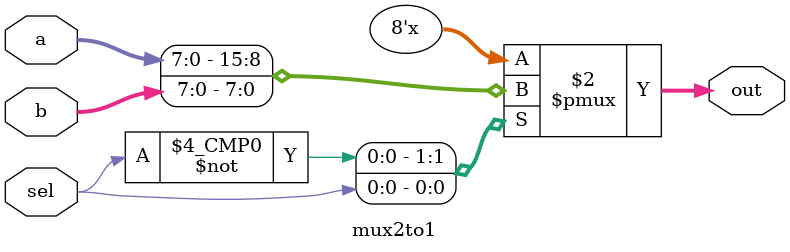
<source format=sv>


module mux2to1(
  input logic [7:0] a,//8 bit wide
  input logic [7:0] b,
  input logic sel, //one select line
  output logic [7:0] out //one output line
);
  always_comb begin //used when output is purely function of its current //input, with no memory of previous inputs or behaviour
    case(sel) //case is used to implement selection logic, checks value //sel and performs assignment to out
      1'b0 : out = a;
      1'b1 : out = b;
      default : out = 8'b0;
    endcase
  end
  
endmodule:mux2to1

</source>
